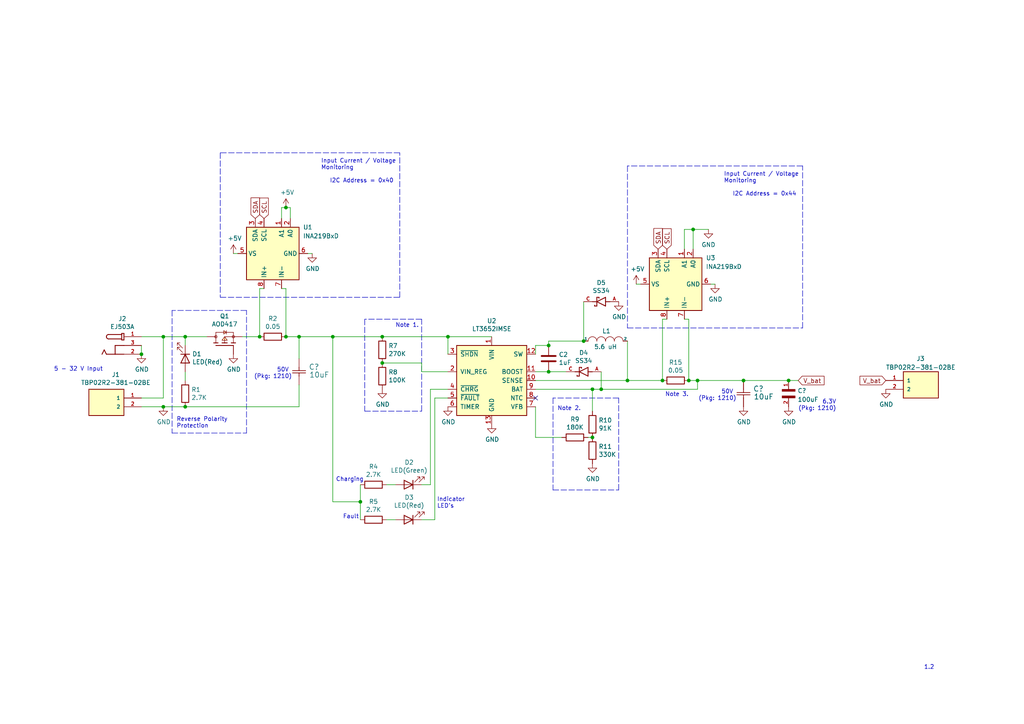
<source format=kicad_sch>
(kicad_sch (version 20211123) (generator eeschema)
  (paper "A4")
  (lib_symbols
    (symbol "AOD417:AOD417" (pin_numbers hide) (pin_names (offset 1.016) hide)
      (property "Reference" "Q" (at -8.89 3.81 0))
      (property "Value" "AOD417" (at -8.89 -6.35 0))
      (symbol "AOD417_0_0"
        (polyline (pts (xy 0 -2.54) (xy 0 2.54)) (stroke (width 0.254)))
        (polyline (pts (xy 0.762 -3.175) (xy 0.762 -2.54)) (stroke (width 0.254)))
        (polyline (pts (xy 0.762 -2.54) (xy 0.762 -1.905)) (stroke (width 0.254)))
        (polyline (pts (xy 0.762 -2.54) (xy 3.81 -2.54)) (stroke (width 0.1524)))
        (polyline (pts (xy 0.762 -0.762) (xy 0.762 0)) (stroke (width 0.254)))
        (polyline (pts (xy 0.762 0) (xy 0.762 0.762)) (stroke (width 0.254)))
        (polyline (pts (xy 0.762 0) (xy 2.54 0)) (stroke (width 0.1524)))
        (polyline (pts (xy 0.762 1.905) (xy 0.762 2.54)) (stroke (width 0.254)))
        (polyline (pts (xy 0.762 2.54) (xy 0.762 3.175)) (stroke (width 0.254)))
        (polyline (pts (xy 2.54 0) (xy 2.54 2.54)) (stroke (width 0.1524)))
        (polyline (pts (xy 2.54 2.54) (xy 0.762 2.54)) (stroke (width 0.1524)))
        (polyline (pts (xy 2.54 2.54) (xy 3.81 2.54)) (stroke (width 0.1524)))
        (polyline (pts (xy 3.302 0.508) (xy 3.81 0.508)) (stroke (width 0.1524)))
        (polyline (pts (xy 3.81 -2.54) (xy 3.81 0.508)) (stroke (width 0.1524)))
        (polyline (pts (xy 3.81 0.508) (xy 3.81 2.54)) (stroke (width 0.1524)))
        (polyline (pts (xy 3.81 0.508) (xy 4.318 0.508)) (stroke (width 0.1524)))
        (polyline (pts (xy 2.54 0) (xy 1.524 0.762) (xy 1.524 -0.762) (xy 2.54 0)) (stroke (width 0.1524)) (fill (type background)))
        (polyline (pts (xy 3.81 0.508) (xy 4.318 -0.254) (xy 3.302 -0.254) (xy 3.81 0.508)) (stroke (width 0.1524)) (fill (type background)))
        (circle (center 2.54 -2.54) (radius 0.3556))
        (circle (center 2.54 2.54) (radius 0.3556))
        (pin passive line (at -2.54 2.54 0) (length 2.54) (name "~") (number "1"))
        (pin passive line (at 2.54 5.08 270) (length 2.54) (name "~") (number "3"))
        (pin passive line (at 2.54 -5.08 90) (length 2.54) (name "~") (number "4"))
      )
    )
    (symbol "Analog_ADC:INA219BxD"
      (property "Reference" "U" (at -6.35 8.89 0))
      (property "Value" "INA219BxD" (at 5.08 8.89 0))
      (symbol "INA219BxD_0_1"
        (rectangle (start -7.62 7.62) (end 7.62 -7.62) (stroke (width 0.254)) (fill (type background)))
      )
      (symbol "INA219BxD_1_1"
        (pin input line (at 10.16 -2.54 180) (length 2.54) (name "A1") (number "1"))
        (pin input line (at 10.16 -5.08 180) (length 2.54) (name "A0") (number "2"))
        (pin bidirectional line (at 10.16 5.08 180) (length 2.54) (name "SDA") (number "3"))
        (pin input line (at 10.16 2.54 180) (length 2.54) (name "SCL") (number "4"))
        (pin power_in line (at 0 10.16 270) (length 2.54) (name "VS") (number "5"))
        (pin power_in line (at 0 -10.16 90) (length 2.54) (name "GND") (number "6"))
        (pin input line (at -10.16 -2.54 0) (length 2.54) (name "IN-") (number "7"))
        (pin input line (at -10.16 2.54 0) (length 2.54) (name "IN+") (number "8"))
      )
    )
    (symbol "Battery_Management:LT3652IMSE" (pin_names (offset 1.016))
      (property "Reference" "U" (at -8.382 11.43 0))
      (property "Value" "LT3652IMSE" (at 1.778 11.684 0))
      (symbol "LT3652IMSE_0_1"
        (rectangle (start -10.16 10.16) (end 10.16 -10.16) (stroke (width 0.254)) (fill (type background)))
      )
      (symbol "LT3652IMSE_1_1"
        (pin power_in line (at 0 12.7 270) (length 2.54) (name "VIN") (number "1"))
        (pin input line (at 12.7 0 180) (length 2.54) (name "SENSE") (number "10"))
        (pin input line (at 12.7 2.54 180) (length 2.54) (name "BOOST") (number "11"))
        (pin output line (at 12.7 7.62 180) (length 2.54) (name "SW") (number "12"))
        (pin power_in line (at 0 -12.7 90) (length 2.54) (name "GND") (number "13"))
        (pin input line (at -12.7 2.54 0) (length 2.54) (name "VIN_REG") (number "2"))
        (pin input line (at -12.7 7.62 0) (length 2.54) (name "~{SHDN}") (number "3"))
        (pin open_collector line (at -12.7 -2.54 0) (length 2.54) (name "~{CHRG}") (number "4"))
        (pin open_collector line (at -12.7 -5.08 0) (length 2.54) (name "~{FAULT}") (number "5"))
        (pin output line (at -12.7 -7.62 0) (length 2.54) (name "TIMER") (number "6"))
        (pin input line (at 12.7 -7.62 180) (length 2.54) (name "VFB") (number "7"))
        (pin input line (at 12.7 -5.08 180) (length 2.54) (name "NTC") (number "8"))
        (pin output line (at 12.7 -2.54 180) (length 2.54) (name "BAT") (number "9"))
      )
    )
    (symbol "C1210C106K5RAC7800:C1210C106K5RAC7800" (pin_numbers hide) (pin_names (offset 1.651) hide)
      (property "Reference" "C" (at 3.81 3.81 0))
      (property "Value" "C1210C106K5RAC7800" (at 3.81 -7.62 0))
      (symbol "C1210C106K5RAC7800_1_1"
        (polyline (pts (xy 2.54 0) (xy 3.4798 0)) (stroke (width 0.2032)))
        (polyline (pts (xy 3.4798 -1.905) (xy 3.4798 1.905)) (stroke (width 0.2032)))
        (polyline (pts (xy 4.1148 -1.905) (xy 4.1148 1.905)) (stroke (width 0.2032)))
        (polyline (pts (xy 4.1148 0) (xy 5.08 0)) (stroke (width 0.2032)))
        (pin unspecified line (at 0 0 0) (length 2.54) (name "1") (number "1"))
        (pin unspecified line (at 7.62 0 180) (length 2.54) (name "2") (number "2"))
      )
    )
    (symbol "Device:C" (pin_numbers hide) (pin_names (offset 0.254))
      (property "Reference" "C" (at 0.635 2.54 0))
      (property "Value" "C" (at 0.635 -2.54 0))
      (symbol "C_0_1"
        (polyline (pts (xy -2.032 -0.762) (xy 2.032 -0.762)) (stroke (width 0.508)))
        (polyline (pts (xy -2.032 0.762) (xy 2.032 0.762)) (stroke (width 0.508)))
      )
      (symbol "C_1_1"
        (pin passive line (at 0 3.81 270) (length 2.794) (name "~") (number "1"))
        (pin passive line (at 0 -3.81 90) (length 2.794) (name "~") (number "2"))
      )
    )
    (symbol "Device:LED" (pin_numbers hide) (pin_names (offset 1.016) hide)
      (property "Reference" "D" (at 0 2.54 0))
      (property "Value" "LED" (at 0 -2.54 0))
      (symbol "LED_0_1"
        (polyline (pts (xy -1.27 -1.27) (xy -1.27 1.27)) (stroke (width 0.254)))
        (polyline (pts (xy -1.27 0) (xy 1.27 0)))
        (polyline (pts (xy 1.27 -1.27) (xy 1.27 1.27) (xy -1.27 0) (xy 1.27 -1.27)) (stroke (width 0.254)))
        (polyline (pts (xy -3.048 -0.762) (xy -4.572 -2.286) (xy -3.81 -2.286) (xy -4.572 -2.286) (xy -4.572 -1.524)))
        (polyline (pts (xy -1.778 -0.762) (xy -3.302 -2.286) (xy -2.54 -2.286) (xy -3.302 -2.286) (xy -3.302 -1.524)))
      )
      (symbol "LED_1_1"
        (pin passive line (at -3.81 0 0) (length 2.54) (name "K") (number "1"))
        (pin passive line (at 3.81 0 180) (length 2.54) (name "A") (number "2"))
      )
    )
    (symbol "Device:R" (pin_numbers hide) (pin_names (offset 0))
      (property "Reference" "R" (at 2.032 0 90))
      (property "Value" "R" (at 0 0 90))
      (symbol "R_0_1"
        (rectangle (start -1.016 -2.54) (end 1.016 2.54) (stroke (width 0.254)))
      )
      (symbol "R_1_1"
        (pin passive line (at 0 3.81 270) (length 1.27) (name "~") (number "1"))
        (pin passive line (at 0 -3.81 90) (length 1.27) (name "~") (number "2"))
      )
    )
    (symbol "EJ503A:EJ503A" (pin_names (offset 1.016) hide)
      (property "Reference" "J" (at -5.08 5.08 0))
      (property "Value" "EJ503A" (at -5.08 -7.62 0))
      (symbol "EJ503A_0_0"
        (arc (start -5.08 2.54) (mid -4.894 2.091) (end -4.445 1.905) (stroke (width 0.254)))
        (arc (start -4.445 3.175) (mid -4.894 2.989) (end -5.08 2.54) (stroke (width 0.254)))
        (polyline (pts (xy -5.715 -1.27) (xy -6.35 -2.54)) (stroke (width 0.254)))
        (polyline (pts (xy -5.08 -2.54) (xy -5.715 -1.27)) (stroke (width 0.254)))
        (polyline (pts (xy -4.445 1.905) (xy -0.635 1.905)) (stroke (width 0.254)))
        (polyline (pts (xy -2.54 -2.54) (xy -5.08 -2.54)) (stroke (width 0.254)))
        (polyline (pts (xy -2.54 0) (xy -2.54 -2.54)) (stroke (width 0.254)))
        (polyline (pts (xy -0.635 1.6002) (xy -0.635 1.905)) (stroke (width 0.254)))
        (polyline (pts (xy -0.635 1.905) (xy -0.635 3.175)) (stroke (width 0.254)))
        (polyline (pts (xy -0.635 3.175) (xy -4.445 3.175)) (stroke (width 0.254)))
        (polyline (pts (xy -0.635 3.175) (xy -0.635 3.5052)) (stroke (width 0.254)))
        (polyline (pts (xy -0.635 3.5052) (xy 0 3.5052)) (stroke (width 0.254)))
        (polyline (pts (xy 0 -2.54) (xy -2.54 -2.54)) (stroke (width 0.254)))
        (polyline (pts (xy 0 0) (xy -2.54 0)) (stroke (width 0.254)))
        (polyline (pts (xy 0 1.6002) (xy -0.635 1.6002)) (stroke (width 0.254)))
        (polyline (pts (xy 0 3.5052) (xy 0 1.6002)) (stroke (width 0.254)))
        (pin passive line (at 5.08 2.54 180) (length 5.08) (name "~") (number "1"))
        (pin passive line (at 5.08 -2.54 180) (length 5.08) (name "~") (number "2"))
        (pin passive line (at 5.08 0 180) (length 5.08) (name "~") (number "3"))
      )
    )
    (symbol "SS34:SS34" (pin_names (offset 1.016) hide)
      (property "Reference" "D" (at -5.08 2.54 0))
      (property "Value" "SS34" (at -5.08 -3.81 0))
      (symbol "SS34_0_0"
        (polyline (pts (xy -2.54 0) (xy -1.27 0)) (stroke (width 0.254)))
        (polyline (pts (xy -1.27 -1.27) (xy 1.27 0)) (stroke (width 0.254)))
        (polyline (pts (xy -1.27 0) (xy -1.27 -1.27)) (stroke (width 0.254)))
        (polyline (pts (xy -1.27 1.27) (xy -1.27 0)) (stroke (width 0.254)))
        (polyline (pts (xy 0.635 -1.016) (xy 0.635 -1.27)) (stroke (width 0.254)))
        (polyline (pts (xy 1.27 -1.27) (xy 0.635 -1.27)) (stroke (width 0.254)))
        (polyline (pts (xy 1.27 0) (xy -1.27 1.27)) (stroke (width 0.254)))
        (polyline (pts (xy 1.27 0) (xy 1.27 -1.27)) (stroke (width 0.254)))
        (polyline (pts (xy 1.27 1.27) (xy 1.27 0)) (stroke (width 0.254)))
        (polyline (pts (xy 1.905 1.27) (xy 1.27 1.27)) (stroke (width 0.254)))
        (polyline (pts (xy 1.905 1.27) (xy 1.905 1.016)) (stroke (width 0.254)))
        (polyline (pts (xy 2.54 0) (xy 1.27 0)) (stroke (width 0.254)))
        (pin passive line (at -5.08 0 0) (length 2.54) (name "~") (number "A"))
        (pin passive line (at 5.08 0 180) (length 2.54) (name "~") (number "C"))
      )
    )
    (symbol "TBP02R2-381-02BE:TBP02R2-381-02BE" (pin_names (offset 1.016))
      (property "Reference" "J" (at -5.588 5.08 0))
      (property "Value" "TBP02R2-381-02BE" (at -5.08 -5.08 0))
      (symbol "TBP02R2-381-02BE_0_0"
        (rectangle (start -5.08 -2.54) (end 5.08 5.08) (stroke (width 0.254)) (fill (type background)))
        (pin passive line (at -10.16 2.54 0) (length 5.08) (name "1") (number "1"))
        (pin passive line (at -10.16 0 0) (length 5.08) (name "2") (number "2"))
      )
    )
    (symbol "TPSB107K006R0250:TPSB107K006R0250" (pin_names (offset 1.016))
      (property "Reference" "C" (at 0 3.81 0))
      (property "Value" "TPSB107K006R0250" (at 0 -5.08 0))
      (symbol "TPSB107K006R0250_0_0"
        (rectangle (start 0 -1.905) (end 0.635 1.905) (stroke (width 0.1)) (fill (type outline)))
        (rectangle (start 1.905 -1.905) (end 2.54 1.905) (stroke (width 0.1)) (fill (type outline)))
        (pin passive line (at 5.08 0 180) (length 2.54) (name "~") (number "1"))
        (pin passive line (at -2.54 0 0) (length 2.54) (name "~") (number "2"))
      )
    )
    (symbol "power:+5V" (power) (pin_names (offset 0))
      (property "Value" "+5V" (at 0 3.556 0))
      (symbol "+5V_0_1"
        (polyline (pts (xy -0.762 1.27) (xy 0 2.54)))
        (polyline (pts (xy 0 0) (xy 0 2.54)))
        (polyline (pts (xy 0 2.54) (xy 0.762 1.27)))
      )
      (symbol "+5V_1_1"
        (pin power_in line (at 0 0 90) (length 0) hide (name "+5V") (number "1"))
      )
    )
    (symbol "power:GND" (power) (pin_names (offset 0))
      (property "Value" "GND" (at 0 -3.81 0))
      (symbol "GND_0_1"
        (polyline (pts (xy 0 0) (xy 0 -1.27) (xy 1.27 -1.27) (xy 0 -2.54) (xy -1.27 -1.27) (xy 0 -1.27)))
      )
      (symbol "GND_1_1"
        (pin power_in line (at 0 0 270) (length 0) hide (name "GND") (number "1"))
      )
    )
    (symbol "pspice:INDUCTOR" (pin_numbers hide) (pin_names (offset 0))
      (property "Reference" "L" (at 0 2.54 0))
      (property "Value" "INDUCTOR" (at 0 -1.27 0))
      (symbol "INDUCTOR_0_1"
        (arc (start -2.54 0) (mid -3.81 1.27) (end -5.08 0))
        (arc (start 0 0) (mid -1.27 1.27) (end -2.54 0))
        (arc (start 2.54 0) (mid 1.27 1.27) (end 0 0))
        (arc (start 5.08 0) (mid 3.81 1.27) (end 2.54 0))
      )
      (symbol "INDUCTOR_1_1"
        (pin input line (at -6.35 0 0) (length 1.27) (name "1") (number "1"))
        (pin input line (at 6.35 0 180) (length 1.27) (name "2") (number "2"))
      )
    )
  )
  (junction (at 169.291 98.933))
  (junction (at 96.52 97.663))
  (junction (at 110.871 97.663))
  (junction (at 159.131 107.823))
  (junction (at 171.831 112.903))
  (junction (at 41.021 102.743))
  (junction (at 53.721 117.983))
  (junction (at 174.371 112.903))
  (junction (at 86.741 97.663))
  (junction (at 181.991 110.363))
  (junction (at 47.371 117.983))
  (junction (at 192.151 110.363))
  (junction (at 199.771 110.363))
  (junction (at 82.931 97.663))
  (junction (at 228.727 110.363))
  (junction (at 75.311 97.663))
  (junction (at 47.371 97.663))
  (junction (at 201.041 66.548))
  (junction (at 171.831 126.873))
  (junction (at 110.871 105.283))
  (junction (at 129.921 97.663))
  (junction (at 202.311 110.363))
  (junction (at 159.131 100.203))
  (junction (at 104.521 145.542))
  (junction (at 82.931 60.198))
  (junction (at 53.721 97.663))
  (junction (at 215.646 110.363))
  (no_connect (at 155.321 115.443))
  (wire (pts (xy 41.021 115.443) (xy 47.371 115.443)))
  (wire (pts (xy 96.52 97.663) (xy 96.52 145.542)))
  (polyline (pts (xy 63.881 86.233) (xy 115.951 86.233)))
  (wire (pts (xy 159.131 100.203) (xy 155.321 100.203)))
  (wire (pts (xy 126.111 115.443) (xy 126.111 150.749)))
  (wire (pts (xy 192.151 92.583) (xy 193.421 92.583)))
  (wire (pts (xy 155.321 112.903) (xy 171.831 112.903)))
  (wire (pts (xy 184.531 82.423) (xy 185.801 82.423)))
  (wire (pts (xy 47.371 117.983) (xy 53.721 117.983)))
  (wire (pts (xy 202.311 112.903) (xy 202.311 110.363)))
  (wire (pts (xy 96.52 97.663) (xy 110.871 97.663)))
  (wire (pts (xy 84.201 60.198) (xy 82.931 60.198)))
  (polyline (pts (xy 105.791 92.583) (xy 105.791 119.253)))
  (wire (pts (xy 104.521 140.589) (xy 104.521 145.542)))
  (wire (pts (xy 122.301 150.749) (xy 126.111 150.749)))
  (polyline (pts (xy 122.301 119.253) (xy 122.301 92.583)))
  (wire (pts (xy 75.311 83.693) (xy 76.581 83.693)))
  (wire (pts (xy 124.841 112.903) (xy 129.921 112.903)))
  (polyline (pts (xy 122.301 92.583) (xy 105.791 92.583)))
  (wire (pts (xy 47.371 115.443) (xy 47.371 97.663)))
  (polyline (pts (xy 71.501 90.043) (xy 49.911 90.043)))
  (wire (pts (xy 201.041 66.548) (xy 205.486 66.548)))
  (wire (pts (xy 110.871 97.663) (xy 129.921 97.663)))
  (polyline (pts (xy 179.451 142.113) (xy 179.451 115.443)))
  (wire (pts (xy 228.727 110.363) (xy 231.521 110.363)))
  (polyline (pts (xy 63.881 44.323) (xy 63.881 86.233)))
  (wire (pts (xy 181.991 110.363) (xy 181.991 98.933)))
  (wire (pts (xy 86.741 97.663) (xy 96.52 97.663)))
  (wire (pts (xy 82.931 83.693) (xy 82.931 97.663)))
  (wire (pts (xy 174.371 107.823) (xy 174.371 112.903)))
  (wire (pts (xy 126.111 115.443) (xy 129.921 115.443)))
  (wire (pts (xy 112.141 140.589) (xy 114.681 140.589)))
  (wire (pts (xy 215.646 110.363) (xy 228.727 110.363)))
  (polyline (pts (xy 232.791 48.133) (xy 181.991 48.133)))
  (wire (pts (xy 53.721 117.983) (xy 86.741 117.983)))
  (wire (pts (xy 170.561 126.873) (xy 171.831 126.873)))
  (wire (pts (xy 199.771 92.583) (xy 199.771 110.363)))
  (wire (pts (xy 86.741 97.663) (xy 82.931 97.663)))
  (wire (pts (xy 47.371 97.663) (xy 53.721 97.663)))
  (wire (pts (xy 169.291 98.933) (xy 159.131 98.933)))
  (polyline (pts (xy 71.501 125.603) (xy 71.501 90.043)))
  (wire (pts (xy 159.131 107.823) (xy 164.211 107.823)))
  (wire (pts (xy 96.52 145.542) (xy 104.521 145.542)))
  (wire (pts (xy 174.371 112.903) (xy 202.311 112.903)))
  (wire (pts (xy 155.321 126.873) (xy 155.321 117.983)))
  (wire (pts (xy 84.201 63.373) (xy 84.201 60.198)))
  (wire (pts (xy 122.301 107.823) (xy 129.921 107.823)))
  (wire (pts (xy 70.231 97.663) (xy 75.311 97.663)))
  (polyline (pts (xy 181.991 48.133) (xy 181.991 95.123)))
  (wire (pts (xy 112.141 150.749) (xy 114.681 150.749)))
  (wire (pts (xy 53.721 107.823) (xy 53.721 110.363)))
  (wire (pts (xy 202.311 110.363) (xy 199.771 110.363)))
  (wire (pts (xy 53.721 97.663) (xy 60.071 97.663)))
  (polyline (pts (xy 232.791 95.123) (xy 232.791 48.133)))
  (wire (pts (xy 155.321 107.823) (xy 159.131 107.823)))
  (wire (pts (xy 53.721 100.203) (xy 53.721 97.663)))
  (polyline (pts (xy 105.791 119.253) (xy 122.301 119.253)))
  (wire (pts (xy 181.991 110.363) (xy 192.151 110.363)))
  (wire (pts (xy 110.871 105.283) (xy 122.301 105.283)))
  (wire (pts (xy 192.151 92.583) (xy 192.151 110.363)))
  (wire (pts (xy 124.841 112.903) (xy 124.841 140.589)))
  (wire (pts (xy 198.501 92.583) (xy 199.771 92.583)))
  (wire (pts (xy 122.301 140.589) (xy 124.841 140.589)))
  (wire (pts (xy 159.131 98.933) (xy 159.131 100.203)))
  (wire (pts (xy 201.041 66.548) (xy 201.041 72.263)))
  (wire (pts (xy 155.321 100.203) (xy 155.321 102.743)))
  (wire (pts (xy 122.301 105.283) (xy 122.301 107.823)))
  (polyline (pts (xy 115.951 86.233) (xy 115.951 44.323)))
  (wire (pts (xy 81.661 83.693) (xy 82.931 83.693)))
  (wire (pts (xy 75.311 97.663) (xy 75.311 83.693)))
  (wire (pts (xy 81.661 60.198) (xy 82.931 60.198)))
  (wire (pts (xy 202.311 110.363) (xy 215.646 110.363)))
  (wire (pts (xy 41.021 117.983) (xy 47.371 117.983)))
  (polyline (pts (xy 49.911 90.043) (xy 49.911 125.603)))
  (wire (pts (xy 198.501 66.548) (xy 201.041 66.548)))
  (polyline (pts (xy 115.951 44.323) (xy 63.881 44.323)))
  (polyline (pts (xy 49.911 125.603) (xy 71.501 125.603)))
  (wire (pts (xy 171.831 119.253) (xy 171.831 112.903)))
  (wire (pts (xy 47.371 97.663) (xy 41.021 97.663)))
  (polyline (pts (xy 160.401 142.113) (xy 179.451 142.113)))
  (wire (pts (xy 198.501 72.263) (xy 198.501 66.548)))
  (wire (pts (xy 41.021 102.743) (xy 41.021 100.203)))
  (wire (pts (xy 206.121 82.423) (xy 207.391 82.423)))
  (wire (pts (xy 169.291 98.933) (xy 169.291 87.503)))
  (wire (pts (xy 67.691 73.533) (xy 68.961 73.533)))
  (wire (pts (xy 86.741 97.663) (xy 86.741 104.013)))
  (wire (pts (xy 104.521 145.542) (xy 104.521 150.749)))
  (polyline (pts (xy 160.401 115.443) (xy 160.401 142.113)))
  (polyline (pts (xy 181.991 95.123) (xy 232.791 95.123)))
  (wire (pts (xy 171.831 112.903) (xy 174.371 112.903)))
  (wire (pts (xy 162.941 126.873) (xy 155.321 126.873)))
  (wire (pts (xy 81.661 63.373) (xy 81.661 60.198)))
  (polyline (pts (xy 179.451 115.443) (xy 160.401 115.443)))
  (wire (pts (xy 129.921 102.743) (xy 129.921 97.663)))
  (wire (pts (xy 155.321 110.363) (xy 181.991 110.363)))
  (wire (pts (xy 89.281 73.533) (xy 90.551 73.533)))
  (wire (pts (xy 86.741 111.633) (xy 86.741 117.983)))
  (wire (pts (xy 129.921 97.663) (xy 142.621 97.663)))
  (text "Input Current / Voltage\nMonitoring" (at 209.931 53.213 0) (effects (font (size 1.1938 1.1938)) (justify left bottom)))
  (text "Charging" (at 97.409 139.827 0) (effects (font (size 1.1938 1.1938)) (justify left bottom)))
  (text "I2C Address = 0x40" (at 95.631 53.213 0) (effects (font (size 1.1938 1.1938)) (justify left bottom)))
  (text "50V \n(Pkg: 1210)" (at 84.709 109.982 180) (effects (font (size 1.1938 1.1938)) (justify right bottom)))
  (text "Note 2." (at 161.671 119.253 0) (effects (font (size 1.1938 1.1938)) (justify left bottom)))
  (text "Indicator\nLED’s" (at 126.746 147.574 0) (effects (font (size 1.1938 1.1938)) (justify left bottom)))
  (text "Note 1." (at 114.681 95.123 0) (effects (font (size 1.1938 1.1938)) (justify left bottom)))
  (text "1.2" (at 267.97 194.31 0) (effects (font (size 1.1938 1.1938)) (justify left bottom)))
  (text "6.3V\n(Pkg: 1210)" (at 242.57 119.253 180) (effects (font (size 1.1938 1.1938)) (justify right bottom)))
  (text "Reverse Polarity \nProtection" (at 51.181 124.333 0) (effects (font (size 1.1938 1.1938)) (justify left bottom)))
  (text "Fault" (at 99.441 150.622 0) (effects (font (size 1.1938 1.1938)) (justify left bottom)))
  (text "Input Current / Voltage\nMonitoring" (at 93.091 49.403 0) (effects (font (size 1.1938 1.1938)) (justify left bottom)))
  (text "50V \n(Pkg: 1210)" (at 213.614 116.332 180) (effects (font (size 1.1938 1.1938)) (justify right bottom)))
  (text "I2C Address = 0x44" (at 212.471 57.023 0) (effects (font (size 1.1938 1.1938)) (justify left bottom)))
  (text "5 - 32 V Input" (at 15.621 107.823 0) (effects (font (size 1.1938 1.1938)) (justify left bottom)))
  (text "Note 3." (at 192.913 115.189 0) (effects (font (size 1.1938 1.1938)) (justify left bottom)))
  (global_label "SDA" (shape input) (at 190.881 72.263 90) (property "Intersheet References" "${INTERSHEET_REFS}" (effects hide)))
  (global_label "V_bat" (shape input) (at 256.921 110.363 180) (property "Intersheet References" "${INTERSHEET_REFS}" (effects hide)))
  (global_label "SDA" (shape input) (at 74.041 63.373 90) (property "Intersheet References" "${INTERSHEET_REFS}" (effects hide)))
  (global_label "SCL" (shape input) (at 193.421 72.263 90) (property "Intersheet References" "${INTERSHEET_REFS}" (effects hide)))
  (global_label "SCL" (shape input) (at 76.581 63.373 90) (property "Intersheet References" "${INTERSHEET_REFS}" (effects hide)))
  (global_label "V_bat" (shape input) (at 231.521 110.363 0) (property "Intersheet References" "${INTERSHEET_REFS}" (effects hide)))
  (symbol (lib_id "Battery_Management:LT3652IMSE") (at 142.621 110.363 0) (unit 1)
    (property "Reference" "U2" (at 142.621 93.0656 0))
    (property "Value" "LT3652IMSE" (at 142.621 95.377 0))
    (property "Footprint" "Package_SO:MSOP-12-1EP_3x4mm_P0.65mm_EP1.65x2.85mm" (effects hide))
    (property "Datasheet" "https://www.analog.com/media/en/technical-documentation/data-sheets/3652fe.pdf" (effects hide))
  )
  (symbol (lib_id "Analog_ADC:INA219BxD") (at 79.121 73.533 90) (unit 1)
    (property "Reference" "U1" (at 89.281 65.913 90))
    (property "Value" "INA219BxD" (at 93.091 68.453 90))
    (property "Footprint" "Package_SO:SOIC-8_3.9x4.9mm_P1.27mm" (effects hide))
    (property "Datasheet" "http://www.ti.com/lit/ds/symlink/ina219.pdf" (effects hide))
  )
  (symbol (lib_id "AOD417:AOD417") (at 65.151 100.203 270) (mirror x) (unit 1)
    (property "Reference" "Q1" (at 65.151 91.694 90))
    (property "Value" "AOD417" (at 65.151 94.0054 90))
    (property "Footprint" "DPAK228P994X240_3N" (effects hide))
    (property "MANUFACTURER" "Alpha & Omega Semiconductor Inc." (effects hide))
    (property "STANDARD" "IPC7351B" (effects hide))
    (property "PARTREV" "U" (effects hide))
  )
  (symbol (lib_id "TBP02R2-381-02BE:TBP02R2-381-02BE") (at 30.861 117.983 0) (mirror y) (unit 1)
    (property "Reference" "J1" (at 33.5788 108.6612 0))
    (property "Value" "TBP02R2-381-02BE" (at 33.5788 110.9726 0))
    (property "Footprint" "CUI_TBP02R2-381-02BE" (effects hide))
    (property "MANUFACTURER" "CUI" (effects hide))
    (property "STANDARD" "Manufacturer Recommendations" (effects hide))
  )
  (symbol (lib_id "EJ503A:EJ503A") (at 35.941 100.203 0) (unit 1)
    (property "Reference" "J2" (at 35.4838 92.456 0))
    (property "Value" "EJ503A" (at 35.4838 94.7674 0))
    (property "Footprint" "MPD_EJ503A" (effects hide))
    (property "PARTREV" "B" (effects hide))
    (property "MANUFACTURER" "MPD" (effects hide))
    (property "MAXIMUM_PACKAGE_HEIGHT" "11 mm" (effects hide))
    (property "STANDARD" "Manufacturer Recommendations" (effects hide))
  )
  (symbol (lib_id "Device:LED") (at 53.721 104.013 270) (unit 1)
    (property "Reference" "D1" (at 55.753 102.6668 90) (effects (justify left)))
    (property "Value" "LED(Red)" (at 55.753 104.9782 90) (effects (justify left)))
  )
  (symbol (lib_id "Device:R") (at 53.721 114.173 0) (unit 1)
    (property "Reference" "R1" (at 55.499 113.0046 0) (effects (justify left)))
    (property "Value" "2.7K" (at 55.499 115.316 0) (effects (justify left)))
  )
  (symbol (lib_id "power:GND") (at 47.371 117.983 0) (unit 1)
    (property "Reference" "#PWR02" (effects hide))
    (property "Value" "GND" (at 47.498 122.3772 0))
  )
  (symbol (lib_id "power:GND") (at 41.021 102.743 0) (unit 1)
    (property "Reference" "#PWR01" (effects hide))
    (property "Value" "GND" (at 41.148 107.1372 0))
  )
  (symbol (lib_id "power:GND") (at 67.691 102.743 0) (unit 1)
    (property "Reference" "#PWR04" (effects hide))
    (property "Value" "GND" (at 67.818 107.1372 0))
  )
  (symbol (lib_id "Device:LED") (at 118.491 140.589 180) (unit 1)
    (property "Reference" "D2" (at 118.6688 134.112 0))
    (property "Value" "LED(Green)" (at 118.6688 136.4234 0))
  )
  (symbol (lib_id "Device:LED") (at 118.491 150.749 180) (unit 1)
    (property "Reference" "D3" (at 118.6688 144.272 0))
    (property "Value" "LED(Red)" (at 118.6688 146.5834 0))
  )
  (symbol (lib_id "Device:R") (at 108.331 140.589 270) (unit 1)
    (property "Reference" "R4" (at 108.331 135.3312 90))
    (property "Value" "2.7K" (at 108.331 137.6426 90))
  )
  (symbol (lib_id "Device:R") (at 108.331 150.749 270) (unit 1)
    (property "Reference" "R5" (at 108.331 145.4912 90))
    (property "Value" "2.7K" (at 108.331 147.8026 90))
  )
  (symbol (lib_id "power:GND") (at 129.921 117.983 0) (unit 1)
    (property "Reference" "#PWR011" (effects hide))
    (property "Value" "GND" (at 130.048 122.3772 0))
  )
  (symbol (lib_id "power:GND") (at 142.621 123.063 0) (unit 1)
    (property "Reference" "#PWR012" (effects hide))
    (property "Value" "GND" (at 142.748 127.4572 0))
  )
  (symbol (lib_id "Device:R") (at 110.871 101.473 0) (unit 1)
    (property "Reference" "R7" (at 112.649 100.3046 0) (effects (justify left)))
    (property "Value" "270K" (at 112.649 102.616 0) (effects (justify left)))
  )
  (symbol (lib_id "Device:R") (at 110.871 109.093 0) (unit 1)
    (property "Reference" "R8" (at 112.649 107.9246 0) (effects (justify left)))
    (property "Value" "100K" (at 112.649 110.236 0) (effects (justify left)))
  )
  (symbol (lib_id "power:GND") (at 110.871 112.903 0) (unit 1)
    (property "Reference" "#PWR010" (effects hide))
    (property "Value" "GND" (at 110.998 117.2972 0))
  )
  (symbol (lib_id "Device:R") (at 171.831 123.063 0) (unit 1)
    (property "Reference" "R10" (at 173.609 121.8946 0) (effects (justify left)))
    (property "Value" "91K" (at 173.609 124.206 0) (effects (justify left)))
  )
  (symbol (lib_id "Device:R") (at 171.831 130.683 0) (unit 1)
    (property "Reference" "R11" (at 173.609 129.5146 0) (effects (justify left)))
    (property "Value" "330K" (at 173.609 131.826 0) (effects (justify left)))
  )
  (symbol (lib_id "Device:R") (at 166.751 126.873 270) (unit 1)
    (property "Reference" "R9" (at 166.751 121.6152 90))
    (property "Value" "180K" (at 166.751 123.9266 90))
  )
  (symbol (lib_id "power:GND") (at 171.831 134.493 0) (unit 1)
    (property "Reference" "#PWR013" (effects hide))
    (property "Value" "GND" (at 171.958 138.8872 0))
  )
  (symbol (lib_id "Device:R") (at 195.961 110.363 270) (unit 1)
    (property "Reference" "R15" (at 195.961 105.1052 90))
    (property "Value" "0.05" (at 195.961 107.4166 90))
    (property "Datasheet" "https://www.digikey.com.au/en/products/detail/vishay-dale/WSL2512R0500DEA/9754469" (effects hide))
  )
  (symbol (lib_id "pspice:INDUCTOR") (at 175.641 98.933 0) (unit 1)
    (property "Reference" "L1" (at 175.895 96.012 0))
    (property "Value" "5.6 uH" (at 175.641 100.584 0))
    (property "Datasheet" "https://www.digikey.com.au/en/products/detail/bourns-inc/SRP7020TA-5R6M/15761543" (effects hide))
  )
  (symbol (lib_id "SS34:SS34") (at 169.291 107.823 180) (unit 1)
    (property "Reference" "D4" (at 169.291 102.3112 0))
    (property "Value" "SS34" (at 169.291 104.6226 0))
    (property "Footprint" "DIOM7959X265N" (effects hide))
    (property "MAXIMUM_PACKAGE_HEIGHT" "2.65mm" (effects hide))
    (property "SNAPEDA_PACKAGE_ID" "36301" (effects hide))
    (property "MANUFACTURER" "On Semiconductor" (effects hide))
    (property "PARTREV" "31 Aug 2016" (effects hide))
    (property "STANDARD" "IPC-7351B" (effects hide))
  )
  (symbol (lib_id "SS34:SS34") (at 174.371 87.503 180) (unit 1)
    (property "Reference" "D5" (at 174.371 81.9912 0))
    (property "Value" "SS34" (at 174.371 84.3026 0))
    (property "Footprint" "DIOM7959X265N" (effects hide))
    (property "MAXIMUM_PACKAGE_HEIGHT" "2.65mm" (effects hide))
    (property "SNAPEDA_PACKAGE_ID" "36301" (effects hide))
    (property "MANUFACTURER" "On Semiconductor" (effects hide))
    (property "PARTREV" "31 Aug 2016" (effects hide))
    (property "STANDARD" "IPC-7351B" (effects hide))
  )
  (symbol (lib_id "Device:C") (at 159.131 104.013 0) (unit 1)
    (property "Reference" "C2" (at 162.052 102.8446 0) (effects (justify left)))
    (property "Value" "1uF" (at 162.052 105.156 0) (effects (justify left)))
  )
  (symbol (lib_id "power:GND") (at 179.451 87.503 0) (unit 1)
    (property "Reference" "#PWR015" (effects hide))
    (property "Value" "GND" (at 179.578 91.8972 0))
  )
  (symbol (lib_id "Analog_ADC:INA219BxD") (at 195.961 82.423 90) (unit 1)
    (property "Reference" "U3" (at 206.121 74.803 90))
    (property "Value" "INA219BxD" (at 209.931 77.343 90))
    (property "Footprint" "Package_SO:SOIC-8_3.9x4.9mm_P1.27mm" (effects hide))
    (property "Datasheet" "http://www.ti.com/lit/ds/symlink/ina219.pdf" (effects hide))
  )
  (symbol (lib_id "TBP02R2-381-02BE:TBP02R2-381-02BE") (at 267.081 112.903 0) (unit 1)
    (property "Reference" "J3" (at 265.811 104.013 0) (effects (justify left)))
    (property "Value" "TBP02R2-381-02BE" (at 256.921 106.553 0) (effects (justify left)))
    (property "Footprint" "CUI_TBP02R2-381-02BE" (effects hide))
    (property "MANUFACTURER" "CUI" (effects hide))
    (property "STANDARD" "Manufacturer Recommendations" (effects hide))
  )
  (symbol (lib_id "power:GND") (at 228.727 117.983 0) (unit 1)
    (property "Reference" "#PWR027" (effects hide))
    (property "Value" "GND" (at 228.854 122.3772 0))
  )
  (symbol (lib_id "power:GND") (at 256.921 112.903 0) (unit 1)
    (property "Reference" "#PWR031" (effects hide))
    (property "Value" "GND" (at 257.048 117.2972 0))
  )
  (symbol (lib_id "Device:R") (at 79.121 97.663 270) (unit 1)
    (property "Reference" "R2" (at 79.121 92.4052 90))
    (property "Value" "0.05" (at 79.121 94.7166 90))
    (property "Datasheet" "https://www.digikey.com.au/en/products/detail/vishay-dale/WSL2512R0500DEA/9754469" (effects hide))
  )
  (symbol (lib_id "power:+5V") (at 184.531 82.423 0) (unit 1)
    (property "Reference" "#PWR016" (effects hide))
    (property "Value" "+5V" (at 184.912 78.0288 0))
  )
  (symbol (lib_id "power:+5V") (at 67.691 73.533 0) (unit 1)
    (property "Reference" "#PWR03" (effects hide))
    (property "Value" "+5V" (at 68.072 69.1388 0))
  )
  (symbol (lib_id "power:+5V") (at 82.931 60.198 0) (unit 1)
    (property "Reference" "#PWR06" (effects hide))
    (property "Value" "+5V" (at 83.312 55.8038 0))
  )
  (symbol (lib_id "power:GND") (at 207.391 82.423 0) (unit 1)
    (property "Reference" "#PWR023" (effects hide))
    (property "Value" "GND" (at 207.518 86.8172 0))
  )
  (symbol (lib_id "power:GND") (at 90.551 73.533 0) (unit 1)
    (property "Reference" "#PWR07" (effects hide))
    (property "Value" "GND" (at 90.678 77.9272 0))
  )
  (symbol (lib_id "power:GND") (at 205.486 66.548 0) (unit 1)
    (property "Reference" "#PWR?" (effects hide))
    (property "Value" "GND" (at 205.486 70.9914 0))
  )
  (symbol (lib_id "C1210C106K5RAC7800:C1210C106K5RAC7800") (at 215.646 117.983 90) (unit 1)
    (property "Reference" "C?" (at 218.44 112.776 90) (effects (font (size 1.524 1.524)) (justify right)))
    (property "Value" "10uF" (at 218.567 115.062 90) (effects (font (size 1.524 1.524)) (justify right)))
  )
  (symbol (lib_id "TPSB107K006R0250:TPSB107K006R0250") (at 228.727 115.443 90) (unit 1)
    (property "Reference" "C?" (at 231.317 113.3383 90) (effects (justify right)))
    (property "Value" "100uF" (at 231.317 115.8752 90) (effects (justify right)))
    (property "Footprint" "CAPPC3528X210N" (effects hide))
  )
  (symbol (lib_id "power:GND") (at 215.646 117.983 0) (unit 1)
    (property "Reference" "#PWR?" (effects hide))
    (property "Value" "GND" (at 215.773 122.3772 0))
  )
  (symbol (lib_id "C1210C106K5RAC7800:C1210C106K5RAC7800") (at 86.741 111.633 90) (unit 1)
    (property "Reference" "C?" (at 89.535 106.426 90) (effects (font (size 1.524 1.524)) (justify right)))
    (property "Value" "10uF" (at 89.662 108.712 90) (effects (font (size 1.524 1.524)) (justify right)))
  )
)
</source>
